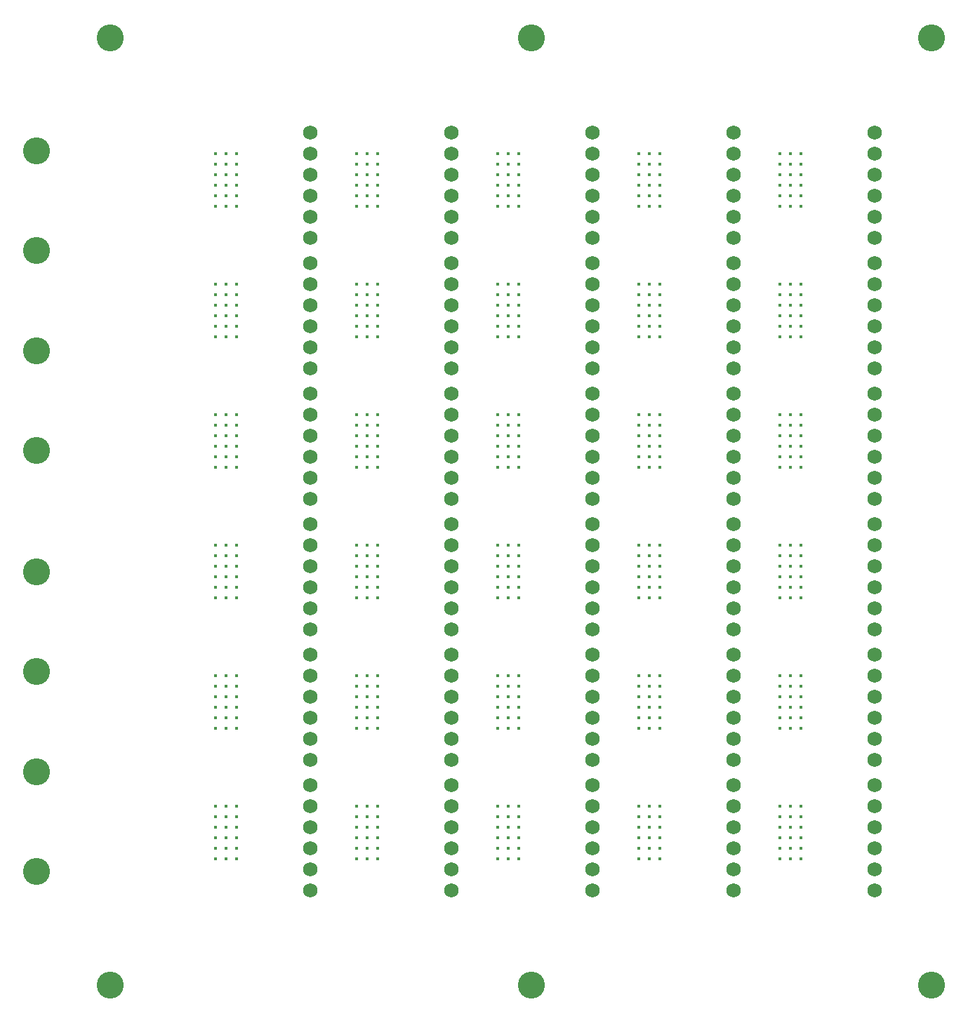
<source format=gbs>
G75*
G70*
%OFA0B0*%
%FSLAX24Y24*%
%IPPOS*%
%LPD*%
%AMOC8*
5,1,8,0,0,1.08239X$1,22.5*
%
%ADD10R,0.0160X0.0160*%
%ADD11C,0.0680*%
%ADD12C,0.1280*%
D10*
X012151Y008151D03*
X012151Y008651D03*
X012151Y009151D03*
X012151Y009651D03*
X012151Y010151D03*
X012151Y010651D03*
X012651Y010651D03*
X012651Y010151D03*
X012651Y009651D03*
X012651Y009151D03*
X012651Y008651D03*
X012651Y008151D03*
X013151Y008151D03*
X013151Y008651D03*
X013151Y009151D03*
X013151Y009651D03*
X013151Y010151D03*
X013151Y010651D03*
X013151Y014351D03*
X012651Y014351D03*
X012151Y014351D03*
X012151Y014851D03*
X012151Y015351D03*
X012151Y015851D03*
X012151Y016351D03*
X012151Y016851D03*
X012651Y016851D03*
X012651Y016351D03*
X012651Y015851D03*
X012651Y015351D03*
X012651Y014851D03*
X013151Y014851D03*
X013151Y015351D03*
X013151Y015851D03*
X013151Y016351D03*
X013151Y016851D03*
X013151Y020551D03*
X012651Y020551D03*
X012151Y020551D03*
X012151Y021051D03*
X012151Y021551D03*
X012151Y022051D03*
X012151Y022551D03*
X012151Y023051D03*
X012651Y023051D03*
X012651Y022551D03*
X012651Y022051D03*
X012651Y021551D03*
X012651Y021051D03*
X013151Y021051D03*
X013151Y021551D03*
X013151Y022051D03*
X013151Y022551D03*
X013151Y023051D03*
X013151Y026751D03*
X012651Y026751D03*
X012151Y026751D03*
X012151Y027251D03*
X012151Y027751D03*
X012151Y028251D03*
X012151Y028751D03*
X012151Y029251D03*
X012651Y029251D03*
X012651Y028751D03*
X012651Y028251D03*
X012651Y027751D03*
X012651Y027251D03*
X013151Y027251D03*
X013151Y027751D03*
X013151Y028251D03*
X013151Y028751D03*
X013151Y029251D03*
X013151Y032951D03*
X012651Y032951D03*
X012151Y032951D03*
X012151Y033451D03*
X012151Y033951D03*
X012151Y034451D03*
X012151Y034951D03*
X012151Y035451D03*
X012651Y035451D03*
X012651Y034951D03*
X012651Y034451D03*
X012651Y033951D03*
X012651Y033451D03*
X013151Y033451D03*
X013151Y033951D03*
X013151Y034451D03*
X013151Y034951D03*
X013151Y035451D03*
X013151Y039151D03*
X012651Y039151D03*
X012151Y039151D03*
X012151Y039651D03*
X012151Y040151D03*
X012151Y040651D03*
X012151Y041151D03*
X012151Y041651D03*
X012651Y041651D03*
X012651Y041151D03*
X012651Y040651D03*
X012651Y040151D03*
X012651Y039651D03*
X013151Y039651D03*
X013151Y040151D03*
X013151Y040651D03*
X013151Y041151D03*
X013151Y041651D03*
X018851Y041651D03*
X018851Y041151D03*
X018851Y040651D03*
X018851Y040151D03*
X018851Y039651D03*
X018851Y039151D03*
X019351Y039151D03*
X019351Y039651D03*
X019351Y040151D03*
X019351Y040651D03*
X019351Y041151D03*
X019351Y041651D03*
X019851Y041651D03*
X019851Y041151D03*
X019851Y040651D03*
X019851Y040151D03*
X019851Y039651D03*
X019851Y039151D03*
X019851Y035451D03*
X019851Y034951D03*
X019851Y034451D03*
X019851Y033951D03*
X019851Y033451D03*
X019851Y032951D03*
X019351Y032951D03*
X018851Y032951D03*
X018851Y033451D03*
X018851Y033951D03*
X018851Y034451D03*
X018851Y034951D03*
X018851Y035451D03*
X019351Y035451D03*
X019351Y034951D03*
X019351Y034451D03*
X019351Y033951D03*
X019351Y033451D03*
X019351Y029251D03*
X019351Y028751D03*
X019351Y028251D03*
X019351Y027751D03*
X019351Y027251D03*
X019351Y026751D03*
X018851Y026751D03*
X018851Y027251D03*
X018851Y027751D03*
X018851Y028251D03*
X018851Y028751D03*
X018851Y029251D03*
X019851Y029251D03*
X019851Y028751D03*
X019851Y028251D03*
X019851Y027751D03*
X019851Y027251D03*
X019851Y026751D03*
X019851Y023051D03*
X019851Y022551D03*
X019851Y022051D03*
X019851Y021551D03*
X019851Y021051D03*
X019851Y020551D03*
X019351Y020551D03*
X018851Y020551D03*
X018851Y021051D03*
X018851Y021551D03*
X018851Y022051D03*
X018851Y022551D03*
X018851Y023051D03*
X019351Y023051D03*
X019351Y022551D03*
X019351Y022051D03*
X019351Y021551D03*
X019351Y021051D03*
X019351Y016851D03*
X019351Y016351D03*
X019351Y015851D03*
X019351Y015351D03*
X019351Y014851D03*
X019351Y014351D03*
X018851Y014351D03*
X018851Y014851D03*
X018851Y015351D03*
X018851Y015851D03*
X018851Y016351D03*
X018851Y016851D03*
X019851Y016851D03*
X019851Y016351D03*
X019851Y015851D03*
X019851Y015351D03*
X019851Y014851D03*
X019851Y014351D03*
X019851Y010651D03*
X019851Y010151D03*
X019851Y009651D03*
X019851Y009151D03*
X019851Y008651D03*
X019851Y008151D03*
X019351Y008151D03*
X018851Y008151D03*
X018851Y008651D03*
X018851Y009151D03*
X018851Y009651D03*
X018851Y010151D03*
X018851Y010651D03*
X019351Y010651D03*
X019351Y010151D03*
X019351Y009651D03*
X019351Y009151D03*
X019351Y008651D03*
X025551Y008651D03*
X025551Y008151D03*
X026051Y008151D03*
X026051Y008651D03*
X026051Y009151D03*
X025551Y009151D03*
X025551Y009651D03*
X025551Y010151D03*
X025551Y010651D03*
X026051Y010651D03*
X026051Y010151D03*
X026051Y009651D03*
X026551Y009651D03*
X026551Y009151D03*
X026551Y008651D03*
X026551Y008151D03*
X026551Y010151D03*
X026551Y010651D03*
X026551Y014351D03*
X026051Y014351D03*
X025551Y014351D03*
X025551Y014851D03*
X025551Y015351D03*
X025551Y015851D03*
X025551Y016351D03*
X025551Y016851D03*
X026051Y016851D03*
X026051Y016351D03*
X026051Y015851D03*
X026051Y015351D03*
X026051Y014851D03*
X026551Y014851D03*
X026551Y015351D03*
X026551Y015851D03*
X026551Y016351D03*
X026551Y016851D03*
X026551Y020551D03*
X026051Y020551D03*
X025551Y020551D03*
X025551Y021051D03*
X025551Y021551D03*
X025551Y022051D03*
X025551Y022551D03*
X025551Y023051D03*
X026051Y023051D03*
X026051Y022551D03*
X026051Y022051D03*
X026051Y021551D03*
X026051Y021051D03*
X026551Y021051D03*
X026551Y021551D03*
X026551Y022051D03*
X026551Y022551D03*
X026551Y023051D03*
X026551Y026751D03*
X026051Y026751D03*
X025551Y026751D03*
X025551Y027251D03*
X025551Y027751D03*
X025551Y028251D03*
X025551Y028751D03*
X025551Y029251D03*
X026051Y029251D03*
X026051Y028751D03*
X026051Y028251D03*
X026051Y027751D03*
X026051Y027251D03*
X026551Y027251D03*
X026551Y027751D03*
X026551Y028251D03*
X026551Y028751D03*
X026551Y029251D03*
X026551Y032951D03*
X026051Y032951D03*
X025551Y032951D03*
X025551Y033451D03*
X025551Y033951D03*
X025551Y034451D03*
X025551Y034951D03*
X025551Y035451D03*
X026051Y035451D03*
X026051Y034951D03*
X026051Y034451D03*
X026051Y033951D03*
X026051Y033451D03*
X026551Y033451D03*
X026551Y033951D03*
X026551Y034451D03*
X026551Y034951D03*
X026551Y035451D03*
X026551Y039151D03*
X026051Y039151D03*
X025551Y039151D03*
X025551Y039651D03*
X025551Y040151D03*
X025551Y040651D03*
X025551Y041151D03*
X025551Y041651D03*
X026051Y041651D03*
X026051Y041151D03*
X026051Y040651D03*
X026051Y040151D03*
X026051Y039651D03*
X026551Y039651D03*
X026551Y040151D03*
X026551Y040651D03*
X026551Y041151D03*
X026551Y041651D03*
X032251Y041651D03*
X032251Y041151D03*
X032251Y040651D03*
X032251Y040151D03*
X032251Y039651D03*
X032251Y039151D03*
X032751Y039151D03*
X032751Y039651D03*
X032751Y040151D03*
X032751Y040651D03*
X032751Y041151D03*
X032751Y041651D03*
X033251Y041651D03*
X033251Y041151D03*
X033251Y040651D03*
X033251Y040151D03*
X033251Y039651D03*
X033251Y039151D03*
X033251Y035451D03*
X033251Y034951D03*
X033251Y034451D03*
X033251Y033951D03*
X033251Y033451D03*
X033251Y032951D03*
X032751Y032951D03*
X032251Y032951D03*
X032251Y033451D03*
X032251Y033951D03*
X032251Y034451D03*
X032251Y034951D03*
X032251Y035451D03*
X032751Y035451D03*
X032751Y034951D03*
X032751Y034451D03*
X032751Y033951D03*
X032751Y033451D03*
X032751Y029251D03*
X032751Y028751D03*
X032751Y028251D03*
X032751Y027751D03*
X032751Y027251D03*
X032751Y026751D03*
X032251Y026751D03*
X032251Y027251D03*
X032251Y027751D03*
X032251Y028251D03*
X032251Y028751D03*
X032251Y029251D03*
X033251Y029251D03*
X033251Y028751D03*
X033251Y028251D03*
X033251Y027751D03*
X033251Y027251D03*
X033251Y026751D03*
X033251Y023051D03*
X033251Y022551D03*
X033251Y022051D03*
X033251Y021551D03*
X033251Y021051D03*
X033251Y020551D03*
X032751Y020551D03*
X032251Y020551D03*
X032251Y021051D03*
X032251Y021551D03*
X032251Y022051D03*
X032251Y022551D03*
X032251Y023051D03*
X032751Y023051D03*
X032751Y022551D03*
X032751Y022051D03*
X032751Y021551D03*
X032751Y021051D03*
X032751Y016851D03*
X032751Y016351D03*
X032751Y015851D03*
X032751Y015351D03*
X032751Y014851D03*
X032751Y014351D03*
X032251Y014351D03*
X032251Y014851D03*
X032251Y015351D03*
X032251Y015851D03*
X032251Y016351D03*
X032251Y016851D03*
X033251Y016851D03*
X033251Y016351D03*
X033251Y015851D03*
X033251Y015351D03*
X033251Y014851D03*
X033251Y014351D03*
X033251Y010651D03*
X033251Y010151D03*
X033251Y009651D03*
X033251Y009151D03*
X033251Y008651D03*
X033251Y008151D03*
X032751Y008151D03*
X032251Y008151D03*
X032251Y008651D03*
X032251Y009151D03*
X032251Y009651D03*
X032251Y010151D03*
X032251Y010651D03*
X032751Y010651D03*
X032751Y010151D03*
X032751Y009651D03*
X032751Y009151D03*
X032751Y008651D03*
X038951Y008651D03*
X038951Y008151D03*
X039451Y008151D03*
X039451Y008651D03*
X039451Y009151D03*
X038951Y009151D03*
X038951Y009651D03*
X038951Y010151D03*
X038951Y010651D03*
X039451Y010651D03*
X039451Y010151D03*
X039451Y009651D03*
X039951Y009651D03*
X039951Y009151D03*
X039951Y008651D03*
X039951Y008151D03*
X039951Y010151D03*
X039951Y010651D03*
X039951Y014351D03*
X039451Y014351D03*
X038951Y014351D03*
X038951Y014851D03*
X038951Y015351D03*
X038951Y015851D03*
X038951Y016351D03*
X038951Y016851D03*
X039451Y016851D03*
X039451Y016351D03*
X039451Y015851D03*
X039451Y015351D03*
X039451Y014851D03*
X039951Y014851D03*
X039951Y015351D03*
X039951Y015851D03*
X039951Y016351D03*
X039951Y016851D03*
X039951Y020551D03*
X039451Y020551D03*
X038951Y020551D03*
X038951Y021051D03*
X038951Y021551D03*
X038951Y022051D03*
X038951Y022551D03*
X038951Y023051D03*
X039451Y023051D03*
X039451Y022551D03*
X039451Y022051D03*
X039451Y021551D03*
X039451Y021051D03*
X039951Y021051D03*
X039951Y021551D03*
X039951Y022051D03*
X039951Y022551D03*
X039951Y023051D03*
X039951Y026751D03*
X039451Y026751D03*
X038951Y026751D03*
X038951Y027251D03*
X038951Y027751D03*
X038951Y028251D03*
X038951Y028751D03*
X038951Y029251D03*
X039451Y029251D03*
X039451Y028751D03*
X039451Y028251D03*
X039451Y027751D03*
X039451Y027251D03*
X039951Y027251D03*
X039951Y027751D03*
X039951Y028251D03*
X039951Y028751D03*
X039951Y029251D03*
X039951Y032951D03*
X039451Y032951D03*
X038951Y032951D03*
X038951Y033451D03*
X038951Y033951D03*
X038951Y034451D03*
X038951Y034951D03*
X038951Y035451D03*
X039451Y035451D03*
X039451Y034951D03*
X039451Y034451D03*
X039451Y033951D03*
X039451Y033451D03*
X039951Y033451D03*
X039951Y033951D03*
X039951Y034451D03*
X039951Y034951D03*
X039951Y035451D03*
X039951Y039151D03*
X039451Y039151D03*
X038951Y039151D03*
X038951Y039651D03*
X038951Y040151D03*
X038951Y040651D03*
X038951Y041151D03*
X038951Y041651D03*
X039451Y041651D03*
X039451Y041151D03*
X039451Y040651D03*
X039451Y040151D03*
X039451Y039651D03*
X039951Y039651D03*
X039951Y040151D03*
X039951Y040651D03*
X039951Y041151D03*
X039951Y041651D03*
D11*
X036751Y041651D03*
X036751Y040651D03*
X036751Y039651D03*
X036751Y038651D03*
X036751Y037651D03*
X036751Y036451D03*
X036751Y035451D03*
X036751Y034451D03*
X036751Y033451D03*
X036751Y032451D03*
X036751Y031451D03*
X036751Y030251D03*
X036751Y029251D03*
X036751Y028251D03*
X036751Y027251D03*
X036751Y026251D03*
X036751Y025251D03*
X036751Y024051D03*
X036751Y023051D03*
X036751Y022051D03*
X036751Y021051D03*
X036751Y020051D03*
X036751Y019051D03*
X036751Y017851D03*
X036751Y016851D03*
X036751Y015851D03*
X036751Y014851D03*
X036751Y013851D03*
X036751Y012851D03*
X036751Y011651D03*
X036751Y010651D03*
X036751Y009651D03*
X036751Y008651D03*
X036751Y007651D03*
X036751Y006651D03*
X030051Y006651D03*
X030051Y007651D03*
X030051Y008651D03*
X030051Y009651D03*
X030051Y010651D03*
X030051Y011651D03*
X030051Y012851D03*
X030051Y013851D03*
X030051Y014851D03*
X030051Y015851D03*
X030051Y016851D03*
X030051Y017851D03*
X030051Y019051D03*
X030051Y020051D03*
X030051Y021051D03*
X030051Y022051D03*
X030051Y023051D03*
X030051Y024051D03*
X030051Y025251D03*
X030051Y026251D03*
X030051Y027251D03*
X030051Y028251D03*
X030051Y029251D03*
X030051Y030251D03*
X030051Y031451D03*
X030051Y032451D03*
X030051Y033451D03*
X030051Y034451D03*
X030051Y035451D03*
X030051Y036451D03*
X030051Y037651D03*
X030051Y038651D03*
X030051Y039651D03*
X030051Y040651D03*
X030051Y041651D03*
X030051Y042651D03*
X023351Y042651D03*
X023351Y041651D03*
X023351Y040651D03*
X023351Y039651D03*
X023351Y038651D03*
X023351Y037651D03*
X023351Y036451D03*
X023351Y035451D03*
X023351Y034451D03*
X023351Y033451D03*
X023351Y032451D03*
X023351Y031451D03*
X023351Y030251D03*
X023351Y029251D03*
X023351Y028251D03*
X023351Y027251D03*
X023351Y026251D03*
X023351Y025251D03*
X023351Y024051D03*
X023351Y023051D03*
X023351Y022051D03*
X023351Y021051D03*
X023351Y020051D03*
X023351Y019051D03*
X023351Y017851D03*
X023351Y016851D03*
X023351Y015851D03*
X023351Y014851D03*
X023351Y013851D03*
X023351Y012851D03*
X023351Y011651D03*
X023351Y010651D03*
X023351Y009651D03*
X023351Y008651D03*
X023351Y007651D03*
X023351Y006651D03*
X016651Y006651D03*
X016651Y007651D03*
X016651Y008651D03*
X016651Y009651D03*
X016651Y010651D03*
X016651Y011651D03*
X016651Y012851D03*
X016651Y013851D03*
X016651Y014851D03*
X016651Y015851D03*
X016651Y016851D03*
X016651Y017851D03*
X016651Y019051D03*
X016651Y020051D03*
X016651Y021051D03*
X016651Y022051D03*
X016651Y023051D03*
X016651Y024051D03*
X016651Y025251D03*
X016651Y026251D03*
X016651Y027251D03*
X016651Y028251D03*
X016651Y029251D03*
X016651Y030251D03*
X016651Y031451D03*
X016651Y032451D03*
X016651Y033451D03*
X016651Y034451D03*
X016651Y035451D03*
X016651Y036451D03*
X016651Y037651D03*
X016651Y038651D03*
X016651Y039651D03*
X016651Y040651D03*
X016651Y041651D03*
X016651Y042651D03*
X036751Y042651D03*
X043451Y042651D03*
X043451Y041651D03*
X043451Y040651D03*
X043451Y039651D03*
X043451Y038651D03*
X043451Y037651D03*
X043451Y036451D03*
X043451Y035451D03*
X043451Y034451D03*
X043451Y033451D03*
X043451Y032451D03*
X043451Y031451D03*
X043451Y030251D03*
X043451Y029251D03*
X043451Y028251D03*
X043451Y027251D03*
X043451Y026251D03*
X043451Y025251D03*
X043451Y024051D03*
X043451Y023051D03*
X043451Y022051D03*
X043451Y021051D03*
X043451Y020051D03*
X043451Y019051D03*
X043451Y017851D03*
X043451Y016851D03*
X043451Y015851D03*
X043451Y014851D03*
X043451Y013851D03*
X043451Y012851D03*
X043451Y011651D03*
X043451Y010651D03*
X043451Y009651D03*
X043451Y008651D03*
X043451Y007651D03*
X043451Y006651D03*
D12*
X007151Y002151D03*
X003651Y007551D03*
X003651Y012289D03*
X003651Y017051D03*
X003651Y021789D03*
X003651Y027551D03*
X003651Y032289D03*
X003651Y037051D03*
X003651Y041789D03*
X007151Y047151D03*
X027151Y047151D03*
X046151Y047151D03*
X046151Y002151D03*
X027151Y002151D03*
M02*

</source>
